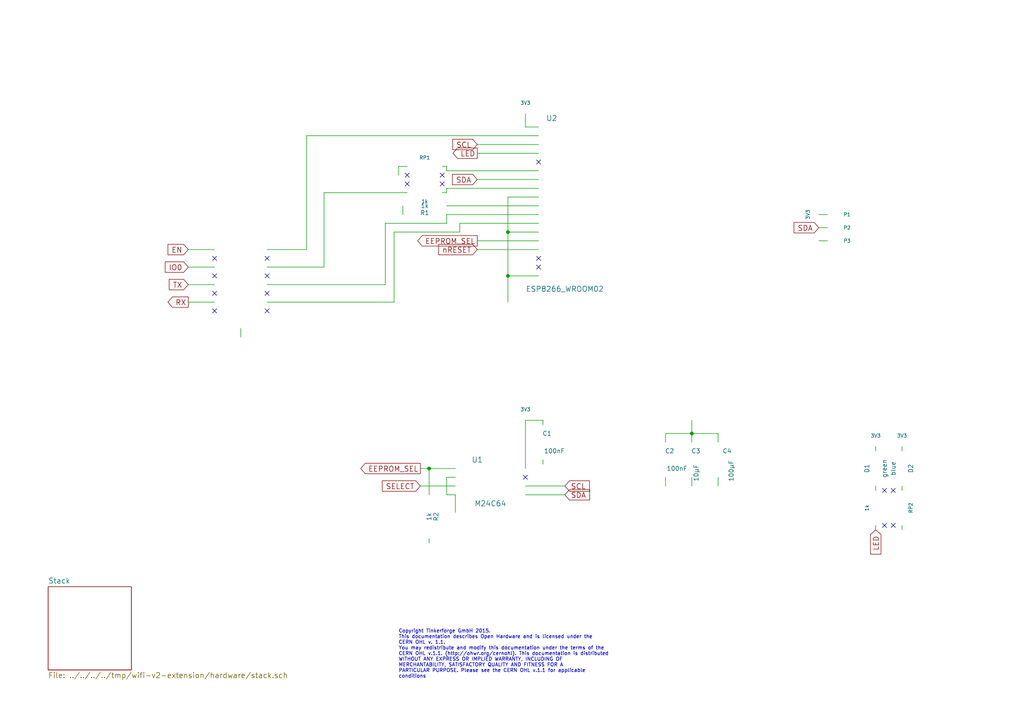
<source format=kicad_sch>
(kicad_sch (version 20230121) (generator eeschema)
  (paper "A4")
  (title_block (title "Wifi Extension") (date "Mo 27 Jul 2015") (rev "2.0") (company "Tinkerforge GmbH") (comment 1 "Licensed under CERN OHL v.1.1") (comment 2 "Copyright (©) 2015, B.Nordmeyer <bastian@tinkerforge.com>"))
  (lib_symbols)
  (junction (at 147.32 67.31))
  (junction (at 200.66 125.73))
  (junction (at 147.32 80.01))
  (junction (at 124.46 135.89))
  (no_connect (at 77.47 90.17))
  (no_connect (at 62.23 85.09))
  (no_connect (at 259.08 142.24))
  (no_connect (at 156.21 74.93))
  (no_connect (at 62.23 74.93))
  (no_connect (at 62.23 80.01))
  (no_connect (at 118.11 53.34))
  (no_connect (at 156.21 77.47))
  (no_connect (at 128.27 50.8))
  (no_connect (at 77.47 74.93))
  (no_connect (at 256.54 142.24))
  (no_connect (at 259.08 152.4))
  (no_connect (at 152.4 138.43))
  (no_connect (at 128.27 53.34))
  (no_connect (at 256.54 152.4))
  (no_connect (at 156.21 46.99))
  (no_connect (at 118.11 50.8))
  (no_connect (at 77.47 80.01))
  (no_connect (at 77.47 85.09))
  (no_connect (at 62.23 90.17))
  (wire (pts (xy 193.04 138.43) (xy 193.04 140.97)))
  (wire (pts (xy 200.66 138.43) (xy 200.66 140.97)))
  (wire (pts (xy 261.62 142.24) (xy 261.62 140.97)))
  (wire (pts (xy 237.49 69.85) (xy 240.03 69.85)))
  (wire (pts (xy 147.32 57.15) (xy 147.32 67.31)))
  (wire (pts (xy 200.66 128.27) (xy 200.66 125.73)))
  (wire (pts (xy 111.76 82.55) (xy 111.76 64.77)))
  (wire (pts (xy 129.54 54.61) (xy 129.54 55.88)))
  (wire (pts (xy 138.43 41.91) (xy 156.21 41.91)))
  (wire (pts (xy 240.03 62.23) (xy 237.49 62.23)))
  (wire (pts (xy 88.9 39.37) (xy 156.21 39.37)))
  (wire (pts (xy 138.43 52.07) (xy 156.21 52.07)))
  (wire (pts (xy 193.04 125.73) (xy 200.66 125.73)))
  (wire (pts (xy 138.43 72.39) (xy 156.21 72.39)))
  (wire (pts (xy 200.66 125.73) (xy 200.66 121.92)))
  (wire (pts (xy 115.57 48.26) (xy 118.11 48.26)))
  (wire (pts (xy 157.48 134.62) (xy 157.48 133.35)))
  (wire (pts (xy 156.21 36.83) (xy 152.4 36.83)))
  (wire (pts (xy 129.54 143.51) (xy 129.54 138.43)))
  (wire (pts (xy 193.04 125.73) (xy 193.04 128.27)))
  (wire (pts (xy 129.54 48.26) (xy 128.27 48.26)))
  (wire (pts (xy 157.48 121.92) (xy 152.4 121.92)))
  (wire (pts (xy 156.21 80.01) (xy 147.32 80.01)))
  (wire (pts (xy 93.98 55.88) (xy 93.98 77.47)))
  (wire (pts (xy 88.9 72.39) (xy 77.47 72.39)))
  (wire (pts (xy 138.43 69.85) (xy 156.21 69.85)))
  (wire (pts (xy 129.54 49.53) (xy 129.54 48.26)))
  (wire (pts (xy 208.28 138.43) (xy 208.28 140.97)))
  (wire (pts (xy 62.23 72.39) (xy 54.61 72.39)))
  (wire (pts (xy 116.84 62.23) (xy 116.84 59.69)))
  (wire (pts (xy 77.47 82.55) (xy 111.76 82.55)))
  (wire (pts (xy 129.54 55.88) (xy 128.27 55.88)))
  (wire (pts (xy 129.54 64.77) (xy 129.54 62.23)))
  (wire (pts (xy 62.23 77.47) (xy 54.61 77.47)))
  (wire (pts (xy 240.03 66.04) (xy 237.49 66.04)))
  (wire (pts (xy 129.54 138.43) (xy 132.08 138.43)))
  (wire (pts (xy 124.46 143.51) (xy 124.46 135.89)))
  (wire (pts (xy 132.08 135.89) (xy 124.46 135.89)))
  (wire (pts (xy 124.46 157.48) (xy 124.46 156.21)))
  (wire (pts (xy 54.61 82.55) (xy 62.23 82.55)))
  (wire (pts (xy 54.61 87.63) (xy 62.23 87.63)))
  (wire (pts (xy 111.76 64.77) (xy 129.54 64.77)))
  (wire (pts (xy 129.54 62.23) (xy 156.21 62.23)))
  (wire (pts (xy 88.9 39.37) (xy 88.9 72.39)))
  (wire (pts (xy 261.62 130.81) (xy 261.62 129.54)))
  (wire (pts (xy 208.28 125.73) (xy 208.28 128.27)))
  (wire (pts (xy 152.4 143.51) (xy 163.83 143.51)))
  (wire (pts (xy 147.32 80.01) (xy 147.32 87.63)))
  (wire (pts (xy 129.54 54.61) (xy 156.21 54.61)))
  (wire (pts (xy 147.32 67.31) (xy 147.32 80.01)))
  (wire (pts (xy 254 153.67) (xy 254 152.4)))
  (wire (pts (xy 133.35 67.31) (xy 114.3 67.31)))
  (wire (pts (xy 261.62 153.67) (xy 261.62 152.4)))
  (wire (pts (xy 156.21 67.31) (xy 147.32 67.31)))
  (wire (pts (xy 152.4 36.83) (xy 152.4 33.02)))
  (wire (pts (xy 129.54 59.69) (xy 156.21 59.69)))
  (wire (pts (xy 93.98 55.88) (xy 118.11 55.88)))
  (wire (pts (xy 152.4 140.97) (xy 163.83 140.97)))
  (wire (pts (xy 133.35 64.77) (xy 156.21 64.77)))
  (wire (pts (xy 200.66 125.73) (xy 208.28 125.73)))
  (wire (pts (xy 133.35 64.77) (xy 133.35 67.31)))
  (wire (pts (xy 138.43 44.45) (xy 156.21 44.45)))
  (wire (pts (xy 124.46 135.89) (xy 121.92 135.89)))
  (wire (pts (xy 114.3 87.63) (xy 77.47 87.63)))
  (wire (pts (xy 254 130.81) (xy 254 129.54)))
  (wire (pts (xy 114.3 67.31) (xy 114.3 87.63)))
  (wire (pts (xy 157.48 123.19) (xy 157.48 121.92)))
  (wire (pts (xy 152.4 121.92) (xy 152.4 135.89)))
  (wire (pts (xy 156.21 57.15) (xy 147.32 57.15)))
  (wire (pts (xy 129.54 143.51) (xy 132.08 143.51)))
  (wire (pts (xy 115.57 50.8) (xy 115.57 48.26)))
  (wire (pts (xy 69.85 97.79) (xy 69.85 95.25)))
  (wire (pts (xy 254 142.24) (xy 254 140.97)))
  (wire (pts (xy 121.92 140.97) (xy 132.08 140.97)))
  (wire (pts (xy 93.98 77.47) (xy 77.47 77.47)))
  (wire (pts (xy 132.08 143.51) (xy 132.08 148.59)))
  (wire (pts (xy 129.54 49.53) (xy 156.21 49.53)))
  (text "Copyright Tinkerforge GmbH 2015.\nThis documentation describes Open Hardware and is licensed under the\nCERN OHL v. 1.1.\nYou may redistribute and modify this documentation under the terms of the\nCERN OHL v.1.1. (http://ohwr.org/cernohl). This documentation is distributed\nWITHOUT ANY EXPRESS OR IMPLIED WARRANTY, INCLUDING OF\nMERCHANTABILITY, SATISFACTORY QUALITY AND FITNESS FOR A\nPARTICULAR PURPOSE. Please see the CERN OHL v.1.1 for applicable\nconditions\n" (at 115.57 196.85 0) (effects (font (size 1.016 1.016)) (justify left bottom)))
  (global_label "EN" (shape input) (at 54.61 72.39 180) (effects (font (size 1.524 1.524))) (property "Intersheetrefs" "${INTERSHEET_REFS}" (effects hide)))
  (global_label "TX" (shape input) (at 54.61 82.55 180) (effects (font (size 1.524 1.524))) (property "Intersheetrefs" "${INTERSHEET_REFS}" (effects hide)))
  (global_label "SELECT" (shape input) (at 121.92 140.97 180) (effects (font (size 1.524 1.524))) (property "Intersheetrefs" "${INTERSHEET_REFS}" (effects hide)))
  (global_label "LED" (shape output) (at 138.43 44.45 180) (effects (font (size 1.524 1.524))) (property "Intersheetrefs" "${INTERSHEET_REFS}" (effects hide)))
  (global_label "RX" (shape output) (at 54.61 87.63 180) (effects (font (size 1.524 1.524))) (property "Intersheetrefs" "${INTERSHEET_REFS}" (effects hide)))
  (global_label "SDA" (shape input) (at 138.43 52.07 180) (effects (font (size 1.524 1.524))) (property "Intersheetrefs" "${INTERSHEET_REFS}" (effects hide)))
  (global_label "EEPROM_SEL" (shape output) (at 121.92 135.89 180) (effects (font (size 1.524 1.524))) (property "Intersheetrefs" "${INTERSHEET_REFS}" (effects hide)))
  (global_label "nRESET" (shape input) (at 138.43 72.39 180) (effects (font (size 1.524 1.524))) (property "Intersheetrefs" "${INTERSHEET_REFS}" (effects hide)))
  (global_label "SDA" (shape input) (at 237.49 66.04 180) (effects (font (size 1.524 1.524))) (property "Intersheetrefs" "${INTERSHEET_REFS}" (effects hide)))
  (global_label "LED" (shape input) (at 254 153.67 270) (effects (font (size 1.524 1.524))) (property "Intersheetrefs" "${INTERSHEET_REFS}" (effects hide)))
  (global_label "IO0" (shape input) (at 54.61 77.47 180) (effects (font (size 1.524 1.524))) (property "Intersheetrefs" "${INTERSHEET_REFS}" (effects hide)))
  (global_label "SCL" (shape input) (at 163.83 140.97 0) (effects (font (size 1.524 1.524))) (property "Intersheetrefs" "${INTERSHEET_REFS}" (effects hide)))
  (global_label "SCL" (shape input) (at 138.43 41.91 180) (effects (font (size 1.524 1.524))) (property "Intersheetrefs" "${INTERSHEET_REFS}" (effects hide)))
  (global_label "SDA" (shape input) (at 163.83 143.51 0) (effects (font (size 1.524 1.524))) (property "Intersheetrefs" "${INTERSHEET_REFS}" (effects hide)))
  (global_label "EEPROM_SEL" (shape output) (at 138.43 69.85 180) (effects (font (size 1.524 1.524))) (property "Intersheetrefs" "${INTERSHEET_REFS}" (effects hide)))
  (symbol (lib_id "CAT24C") (at 142.24 146.05 0) (unit 1)
    (property "Reference" "U1" (at 138.43 133.35 0) (effects (font (size 1.524 1.524))))
    (property "Value" "M24C64" (at 142.24 146.05 0) (effects (font (size 1.524 1.524))))
    (property "Footprint" "kicad-libraries:SOIC8" (effects hide))
  )
  (symbol (lib_id "3V3") (at 152.4 121.92 0) (unit 1)
    (property "Reference" "#PWR09" (effects hide))
    (property "Value" "3V3" (at 152.4 118.745 0) (effects (font (size 1.016 1.016))))
  )
  (symbol (lib_id "C") (at 157.48 128.27 180) (unit 1)
    (property "Reference" "C1" (at 160.02 125.73 0) (effects (justify left)))
    (property "Value" "100nF" (at 163.83 130.81 0) (effects (justify left)))
    (property "Footprint" "kicad-libraries:C0603E" (effects hide))
  )
  (symbol (lib_id "GND") (at 157.48 134.62 0) (unit 1)
    (property "Reference" "#PWR08" (effects hide))
    (property "Value" "GND" (effects hide))
  )
  (symbol (lib_id "GND") (at 132.08 148.59 0) (unit 1)
    (property "Reference" "#PWR07" (effects hide))
    (property "Value" "GND" (effects hide))
  )
  (symbol (lib_id "GND") (at 261.62 153.67 0) (unit 1)
    (property "Reference" "#PWR06" (effects hide))
    (property "Value" "GND" (effects hide))
  )
  (symbol (lib_id "LED") (at 261.62 135.89 270) (unit 1)
    (property "Reference" "D2" (at 264.16 135.89 0))
    (property "Value" "blue" (at 259.08 135.89 0))
    (property "Footprint" "kicad-libraries:D0603" (effects hide))
  )
  (symbol (lib_id "3V3") (at 261.62 129.54 0) (unit 1)
    (property "Reference" "#PWR05" (effects hide))
    (property "Value" "3V3" (at 261.62 126.365 0) (effects (font (size 1.016 1.016))))
  )
  (symbol (lib_id "C") (at 200.66 133.35 180) (unit 1)
    (property "Reference" "C3" (at 203.2 130.81 0) (effects (justify left)))
    (property "Value" "10µF" (at 201.93 134.62 90) (effects (justify left)))
    (property "Footprint" "kicad-libraries:C0805E" (effects hide))
  )
  (symbol (lib_id "GND") (at 200.66 140.97 0) (unit 1)
    (property "Reference" "#PWR04" (effects hide))
    (property "Value" "GND" (effects hide))
  )
  (symbol (lib_id "GND") (at 193.04 140.97 0) (unit 1)
    (property "Reference" "#PWR010" (effects hide))
    (property "Value" "GND" (effects hide))
  )
  (symbol (lib_id "LED") (at 254 135.89 90) (mirror x) (unit 1)
    (property "Reference" "D1" (at 251.46 135.89 0))
    (property "Value" "green" (at 256.54 135.89 0))
    (property "Footprint" "kicad-libraries:D0603" (effects hide))
  )
  (symbol (lib_id "3V3") (at 200.66 121.92 0) (unit 1)
    (property "Reference" "#PWR03" (effects hide))
    (property "Value" "3V3" (at 200.66 118.745 0) (effects (font (size 1.016 1.016))))
  )
  (symbol (lib_id "CP1") (at 208.28 133.35 0) (unit 1)
    (property "Reference" "C4" (at 209.55 130.81 0) (effects (justify left)))
    (property "Value" "100µF" (at 212.09 139.7 90) (effects (justify left)))
    (property "Footprint" "kicad-libraries:3528-21" (effects hide))
  )
  (symbol (lib_id "GND") (at 208.28 140.97 0) (unit 1)
    (property "Reference" "#PWR02" (effects hide))
    (property "Value" "GND" (effects hide))
  )
  (symbol (lib_id "3V3") (at 254 129.54 0) (unit 1)
    (property "Reference" "#PWR01" (effects hide))
    (property "Value" "3V3" (at 254 126.365 0) (effects (font (size 1.016 1.016))))
  )
  (symbol (lib_id "ESP8266_WROOM02") (at 160.02 58.42 0) (unit 1)
    (property "Reference" "U2" (at 160.02 34.29 0) (effects (font (size 1.524 1.524))))
    (property "Value" "ESP8266_WROOM02" (at 163.83 83.82 0) (effects (font (size 1.524 1.524))))
    (property "Footprint" "kicad-libraries:ESP8266_WROOM02" (effects hide))
  )
  (symbol (lib_id "C") (at 193.04 133.35 180) (unit 1)
    (property "Reference" "C2" (at 195.58 130.81 0) (effects (justify left)))
    (property "Value" "100nF" (at 199.39 135.89 0) (effects (justify left)))
    (property "Footprint" "kicad-libraries:C0603E" (effects hide))
  )
  (symbol (lib_id "3V3") (at 152.4 33.02 0) (unit 1)
    (property "Reference" "#PWR011" (effects hide))
    (property "Value" "3V3" (at 152.4 29.845 0) (effects (font (size 1.016 1.016))))
  )
  (symbol (lib_id "GND") (at 147.32 87.63 0) (unit 1)
    (property "Reference" "#PWR012" (effects hide))
    (property "Value" "GND" (effects hide))
  )
  (symbol (lib_id "CONN_1") (at 242.57 66.04 0) (unit 1)
    (property "Reference" "P2" (at 244.602 66.04 0) (effects (font (size 1.016 1.016)) (justify left)))
    (property "Value" "CONN_1" (effects hide))
    (property "Footprint" "kicad-libraries:TSTPT" (effects hide))
  )
  (symbol (lib_id "3V3") (at 237.49 62.23 90) (unit 1)
    (property "Reference" "#PWR013" (effects hide))
    (property "Value" "3V3" (at 234.315 62.23 0) (effects (font (size 1.016 1.016))))
  )
  (symbol (lib_id "CONN_1") (at 242.57 62.23 0) (unit 1)
    (property "Reference" "P1" (at 244.602 62.23 0) (effects (font (size 1.016 1.016)) (justify left)))
    (property "Value" "CONN_1" (effects hide))
    (property "Footprint" "kicad-libraries:TSTPT" (effects hide))
  )
  (symbol (lib_id "CONN_1") (at 242.57 69.85 0) (unit 1)
    (property "Reference" "P3" (at 244.602 69.85 0) (effects (font (size 1.016 1.016)) (justify left)))
    (property "Value" "CONN_1" (effects hide))
    (property "Footprint" "kicad-libraries:TSTPT" (effects hide))
  )
  (symbol (lib_id "GND") (at 237.49 69.85 270) (unit 1)
    (property "Reference" "#PWR014" (effects hide))
    (property "Value" "GND" (effects hide))
  )
  (symbol (lib_id "GND") (at 115.57 50.8 0) (unit 1)
    (property "Reference" "#PWR015" (effects hide))
    (property "Value" "GND" (effects hide))
  )
  (symbol (lib_id "R") (at 124.46 149.86 0) (unit 1)
    (property "Reference" "R2" (at 126.492 149.86 90))
    (property "Value" "1k" (at 124.46 149.86 90))
    (property "Footprint" "kicad-libraries:R0603E" (effects hide))
  )
  (symbol (lib_id "GND") (at 124.46 157.48 0) (unit 1)
    (property "Reference" "#PWR016" (effects hide))
    (property "Value" "GND" (effects hide))
  )
  (symbol (lib_id "R") (at 123.19 59.69 270) (unit 1)
    (property "Reference" "R1" (at 123.19 61.722 90))
    (property "Value" "1k" (at 123.19 59.69 90))
    (property "Footprint" "kicad-libraries:R0603E" (effects hide))
  )
  (symbol (lib_id "GND") (at 116.84 62.23 0) (unit 1)
    (property "Reference" "#PWR017" (effects hide))
    (property "Value" "GND" (effects hide))
  )
  (symbol (lib_id "R_PACK4") (at 123.19 57.15 0) (unit 1)
    (property "Reference" "RP1" (at 123.19 45.72 0) (effects (font (size 1.016 1.016))))
    (property "Value" "1k" (at 123.19 58.42 0) (effects (font (size 1.016 1.016))))
    (property "Footprint" "kicad-libraries:0603X4" (effects hide))
  )
  (symbol (lib_id "R_PACK4") (at 252.73 147.32 270) (unit 1)
    (property "Reference" "RP2" (at 264.16 147.32 0) (effects (font (size 1.016 1.016))))
    (property "Value" "1k" (at 251.46 147.32 0) (effects (font (size 1.016 1.016))))
    (property "Footprint" "kicad-libraries:0603X4" (effects hide))
  )
  (symbol (lib_id "Filter-8x") (at 69.85 81.28 0) (unit 1)
    (property "Reference" "FILTER1" (at 67.31 69.85 0) (effects (font (size 1.524 1.524))))
    (property "Value" "Filter-8x" (at 69.85 78.74 90) (effects (font (size 1.524 1.524))))
    (property "Footprint" "kicad-libraries:DFN16-33x135" (effects hide))
  )
  (symbol (lib_id "GND") (at 69.85 97.79 0) (unit 1)
    (property "Reference" "#PWR018" (effects hide))
    (property "Value" "GND" (effects hide))
  )
  (sheet (at 13.97 170.18) (size 24.13 24.13)
    (property "Sheetname" "Stack" (at 13.97 169.3414 0) (effects (font (size 1.524 1.524)) (justify left bottom)))
    (property "Sheetfile" "../../../../tmp/wifi-v2-extension/hardware/stack.sch" (at 13.97 194.9962 0) (effects (font (size 1.524 1.524)) (justify left top)))
  )
)
</source>
